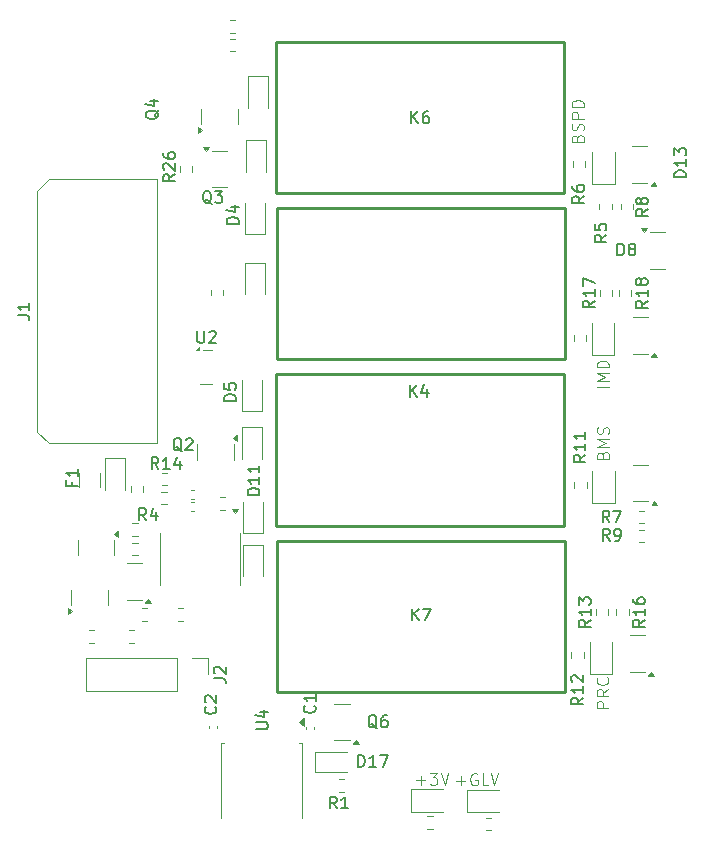
<source format=gbr>
%TF.GenerationSoftware,KiCad,Pcbnew,9.0.4*%
%TF.CreationDate,2026-01-15T15:25:04-08:00*%
%TF.ProjectId,relayBoard,72656c61-7942-46f6-9172-642e6b696361,rev?*%
%TF.SameCoordinates,Original*%
%TF.FileFunction,Legend,Top*%
%TF.FilePolarity,Positive*%
%FSLAX46Y46*%
G04 Gerber Fmt 4.6, Leading zero omitted, Abs format (unit mm)*
G04 Created by KiCad (PCBNEW 9.0.4) date 2026-01-15 15:25:04*
%MOMM*%
%LPD*%
G01*
G04 APERTURE LIST*
%ADD10C,0.100000*%
%ADD11C,0.150000*%
%ADD12C,0.120000*%
%ADD13C,0.250000*%
G04 APERTURE END LIST*
D10*
X111956384Y-99362716D02*
X112718289Y-99362716D01*
X112337336Y-99743669D02*
X112337336Y-98981764D01*
X113718288Y-98791288D02*
X113623050Y-98743669D01*
X113623050Y-98743669D02*
X113480193Y-98743669D01*
X113480193Y-98743669D02*
X113337336Y-98791288D01*
X113337336Y-98791288D02*
X113242098Y-98886526D01*
X113242098Y-98886526D02*
X113194479Y-98981764D01*
X113194479Y-98981764D02*
X113146860Y-99172240D01*
X113146860Y-99172240D02*
X113146860Y-99315097D01*
X113146860Y-99315097D02*
X113194479Y-99505573D01*
X113194479Y-99505573D02*
X113242098Y-99600811D01*
X113242098Y-99600811D02*
X113337336Y-99696050D01*
X113337336Y-99696050D02*
X113480193Y-99743669D01*
X113480193Y-99743669D02*
X113575431Y-99743669D01*
X113575431Y-99743669D02*
X113718288Y-99696050D01*
X113718288Y-99696050D02*
X113765907Y-99648430D01*
X113765907Y-99648430D02*
X113765907Y-99315097D01*
X113765907Y-99315097D02*
X113575431Y-99315097D01*
X114670669Y-99743669D02*
X114194479Y-99743669D01*
X114194479Y-99743669D02*
X114194479Y-98743669D01*
X114861146Y-98743669D02*
X115194479Y-99743669D01*
X115194479Y-99743669D02*
X115527812Y-98743669D01*
X124368609Y-71762782D02*
X124416228Y-71619925D01*
X124416228Y-71619925D02*
X124463847Y-71572306D01*
X124463847Y-71572306D02*
X124559085Y-71524687D01*
X124559085Y-71524687D02*
X124701942Y-71524687D01*
X124701942Y-71524687D02*
X124797180Y-71572306D01*
X124797180Y-71572306D02*
X124844800Y-71619925D01*
X124844800Y-71619925D02*
X124892419Y-71715163D01*
X124892419Y-71715163D02*
X124892419Y-72096115D01*
X124892419Y-72096115D02*
X123892419Y-72096115D01*
X123892419Y-72096115D02*
X123892419Y-71762782D01*
X123892419Y-71762782D02*
X123940038Y-71667544D01*
X123940038Y-71667544D02*
X123987657Y-71619925D01*
X123987657Y-71619925D02*
X124082895Y-71572306D01*
X124082895Y-71572306D02*
X124178133Y-71572306D01*
X124178133Y-71572306D02*
X124273371Y-71619925D01*
X124273371Y-71619925D02*
X124320990Y-71667544D01*
X124320990Y-71667544D02*
X124368609Y-71762782D01*
X124368609Y-71762782D02*
X124368609Y-72096115D01*
X124892419Y-71096115D02*
X123892419Y-71096115D01*
X123892419Y-71096115D02*
X124606704Y-70762782D01*
X124606704Y-70762782D02*
X123892419Y-70429449D01*
X123892419Y-70429449D02*
X124892419Y-70429449D01*
X124844800Y-70000877D02*
X124892419Y-69858020D01*
X124892419Y-69858020D02*
X124892419Y-69619925D01*
X124892419Y-69619925D02*
X124844800Y-69524687D01*
X124844800Y-69524687D02*
X124797180Y-69477068D01*
X124797180Y-69477068D02*
X124701942Y-69429449D01*
X124701942Y-69429449D02*
X124606704Y-69429449D01*
X124606704Y-69429449D02*
X124511466Y-69477068D01*
X124511466Y-69477068D02*
X124463847Y-69524687D01*
X124463847Y-69524687D02*
X124416228Y-69619925D01*
X124416228Y-69619925D02*
X124368609Y-69810401D01*
X124368609Y-69810401D02*
X124320990Y-69905639D01*
X124320990Y-69905639D02*
X124273371Y-69953258D01*
X124273371Y-69953258D02*
X124178133Y-70000877D01*
X124178133Y-70000877D02*
X124082895Y-70000877D01*
X124082895Y-70000877D02*
X123987657Y-69953258D01*
X123987657Y-69953258D02*
X123940038Y-69905639D01*
X123940038Y-69905639D02*
X123892419Y-69810401D01*
X123892419Y-69810401D02*
X123892419Y-69572306D01*
X123892419Y-69572306D02*
X123940038Y-69429449D01*
X124862419Y-65986115D02*
X123862419Y-65986115D01*
X124862419Y-65509925D02*
X123862419Y-65509925D01*
X123862419Y-65509925D02*
X124576704Y-65176592D01*
X124576704Y-65176592D02*
X123862419Y-64843259D01*
X123862419Y-64843259D02*
X124862419Y-64843259D01*
X124862419Y-64367068D02*
X123862419Y-64367068D01*
X123862419Y-64367068D02*
X123862419Y-64128973D01*
X123862419Y-64128973D02*
X123910038Y-63986116D01*
X123910038Y-63986116D02*
X124005276Y-63890878D01*
X124005276Y-63890878D02*
X124100514Y-63843259D01*
X124100514Y-63843259D02*
X124290990Y-63795640D01*
X124290990Y-63795640D02*
X124433847Y-63795640D01*
X124433847Y-63795640D02*
X124624323Y-63843259D01*
X124624323Y-63843259D02*
X124719561Y-63890878D01*
X124719561Y-63890878D02*
X124814800Y-63986116D01*
X124814800Y-63986116D02*
X124862419Y-64128973D01*
X124862419Y-64128973D02*
X124862419Y-64367068D01*
X124842419Y-93186115D02*
X123842419Y-93186115D01*
X123842419Y-93186115D02*
X123842419Y-92805163D01*
X123842419Y-92805163D02*
X123890038Y-92709925D01*
X123890038Y-92709925D02*
X123937657Y-92662306D01*
X123937657Y-92662306D02*
X124032895Y-92614687D01*
X124032895Y-92614687D02*
X124175752Y-92614687D01*
X124175752Y-92614687D02*
X124270990Y-92662306D01*
X124270990Y-92662306D02*
X124318609Y-92709925D01*
X124318609Y-92709925D02*
X124366228Y-92805163D01*
X124366228Y-92805163D02*
X124366228Y-93186115D01*
X124842419Y-91614687D02*
X124366228Y-91948020D01*
X124842419Y-92186115D02*
X123842419Y-92186115D01*
X123842419Y-92186115D02*
X123842419Y-91805163D01*
X123842419Y-91805163D02*
X123890038Y-91709925D01*
X123890038Y-91709925D02*
X123937657Y-91662306D01*
X123937657Y-91662306D02*
X124032895Y-91614687D01*
X124032895Y-91614687D02*
X124175752Y-91614687D01*
X124175752Y-91614687D02*
X124270990Y-91662306D01*
X124270990Y-91662306D02*
X124318609Y-91709925D01*
X124318609Y-91709925D02*
X124366228Y-91805163D01*
X124366228Y-91805163D02*
X124366228Y-92186115D01*
X124747180Y-90614687D02*
X124794800Y-90662306D01*
X124794800Y-90662306D02*
X124842419Y-90805163D01*
X124842419Y-90805163D02*
X124842419Y-90900401D01*
X124842419Y-90900401D02*
X124794800Y-91043258D01*
X124794800Y-91043258D02*
X124699561Y-91138496D01*
X124699561Y-91138496D02*
X124604323Y-91186115D01*
X124604323Y-91186115D02*
X124413847Y-91233734D01*
X124413847Y-91233734D02*
X124270990Y-91233734D01*
X124270990Y-91233734D02*
X124080514Y-91186115D01*
X124080514Y-91186115D02*
X123985276Y-91138496D01*
X123985276Y-91138496D02*
X123890038Y-91043258D01*
X123890038Y-91043258D02*
X123842419Y-90900401D01*
X123842419Y-90900401D02*
X123842419Y-90805163D01*
X123842419Y-90805163D02*
X123890038Y-90662306D01*
X123890038Y-90662306D02*
X123937657Y-90614687D01*
X122218609Y-44922782D02*
X122266228Y-44779925D01*
X122266228Y-44779925D02*
X122313847Y-44732306D01*
X122313847Y-44732306D02*
X122409085Y-44684687D01*
X122409085Y-44684687D02*
X122551942Y-44684687D01*
X122551942Y-44684687D02*
X122647180Y-44732306D01*
X122647180Y-44732306D02*
X122694800Y-44779925D01*
X122694800Y-44779925D02*
X122742419Y-44875163D01*
X122742419Y-44875163D02*
X122742419Y-45256115D01*
X122742419Y-45256115D02*
X121742419Y-45256115D01*
X121742419Y-45256115D02*
X121742419Y-44922782D01*
X121742419Y-44922782D02*
X121790038Y-44827544D01*
X121790038Y-44827544D02*
X121837657Y-44779925D01*
X121837657Y-44779925D02*
X121932895Y-44732306D01*
X121932895Y-44732306D02*
X122028133Y-44732306D01*
X122028133Y-44732306D02*
X122123371Y-44779925D01*
X122123371Y-44779925D02*
X122170990Y-44827544D01*
X122170990Y-44827544D02*
X122218609Y-44922782D01*
X122218609Y-44922782D02*
X122218609Y-45256115D01*
X122694800Y-44303734D02*
X122742419Y-44160877D01*
X122742419Y-44160877D02*
X122742419Y-43922782D01*
X122742419Y-43922782D02*
X122694800Y-43827544D01*
X122694800Y-43827544D02*
X122647180Y-43779925D01*
X122647180Y-43779925D02*
X122551942Y-43732306D01*
X122551942Y-43732306D02*
X122456704Y-43732306D01*
X122456704Y-43732306D02*
X122361466Y-43779925D01*
X122361466Y-43779925D02*
X122313847Y-43827544D01*
X122313847Y-43827544D02*
X122266228Y-43922782D01*
X122266228Y-43922782D02*
X122218609Y-44113258D01*
X122218609Y-44113258D02*
X122170990Y-44208496D01*
X122170990Y-44208496D02*
X122123371Y-44256115D01*
X122123371Y-44256115D02*
X122028133Y-44303734D01*
X122028133Y-44303734D02*
X121932895Y-44303734D01*
X121932895Y-44303734D02*
X121837657Y-44256115D01*
X121837657Y-44256115D02*
X121790038Y-44208496D01*
X121790038Y-44208496D02*
X121742419Y-44113258D01*
X121742419Y-44113258D02*
X121742419Y-43875163D01*
X121742419Y-43875163D02*
X121790038Y-43732306D01*
X122742419Y-43303734D02*
X121742419Y-43303734D01*
X121742419Y-43303734D02*
X121742419Y-42922782D01*
X121742419Y-42922782D02*
X121790038Y-42827544D01*
X121790038Y-42827544D02*
X121837657Y-42779925D01*
X121837657Y-42779925D02*
X121932895Y-42732306D01*
X121932895Y-42732306D02*
X122075752Y-42732306D01*
X122075752Y-42732306D02*
X122170990Y-42779925D01*
X122170990Y-42779925D02*
X122218609Y-42827544D01*
X122218609Y-42827544D02*
X122266228Y-42922782D01*
X122266228Y-42922782D02*
X122266228Y-43303734D01*
X122742419Y-42303734D02*
X121742419Y-42303734D01*
X121742419Y-42303734D02*
X121742419Y-42065639D01*
X121742419Y-42065639D02*
X121790038Y-41922782D01*
X121790038Y-41922782D02*
X121885276Y-41827544D01*
X121885276Y-41827544D02*
X121980514Y-41779925D01*
X121980514Y-41779925D02*
X122170990Y-41732306D01*
X122170990Y-41732306D02*
X122313847Y-41732306D01*
X122313847Y-41732306D02*
X122504323Y-41779925D01*
X122504323Y-41779925D02*
X122599561Y-41827544D01*
X122599561Y-41827544D02*
X122694800Y-41922782D01*
X122694800Y-41922782D02*
X122742419Y-42065639D01*
X122742419Y-42065639D02*
X122742419Y-42303734D01*
X108586384Y-99322716D02*
X109348289Y-99322716D01*
X108967336Y-99703669D02*
X108967336Y-98941764D01*
X109729241Y-98703669D02*
X110348288Y-98703669D01*
X110348288Y-98703669D02*
X110014955Y-99084621D01*
X110014955Y-99084621D02*
X110157812Y-99084621D01*
X110157812Y-99084621D02*
X110253050Y-99132240D01*
X110253050Y-99132240D02*
X110300669Y-99179859D01*
X110300669Y-99179859D02*
X110348288Y-99275097D01*
X110348288Y-99275097D02*
X110348288Y-99513192D01*
X110348288Y-99513192D02*
X110300669Y-99608430D01*
X110300669Y-99608430D02*
X110253050Y-99656050D01*
X110253050Y-99656050D02*
X110157812Y-99703669D01*
X110157812Y-99703669D02*
X109872098Y-99703669D01*
X109872098Y-99703669D02*
X109776860Y-99656050D01*
X109776860Y-99656050D02*
X109729241Y-99608430D01*
X110634003Y-98703669D02*
X110967336Y-99703669D01*
X110967336Y-99703669D02*
X111300669Y-98703669D01*
D11*
X74824819Y-59943333D02*
X75539104Y-59943333D01*
X75539104Y-59943333D02*
X75681961Y-59990952D01*
X75681961Y-59990952D02*
X75777200Y-60086190D01*
X75777200Y-60086190D02*
X75824819Y-60229047D01*
X75824819Y-60229047D02*
X75824819Y-60324285D01*
X75824819Y-58943333D02*
X75824819Y-59514761D01*
X75824819Y-59229047D02*
X74824819Y-59229047D01*
X74824819Y-59229047D02*
X74967676Y-59324285D01*
X74967676Y-59324285D02*
X75062914Y-59419523D01*
X75062914Y-59419523D02*
X75110533Y-59514761D01*
X95002319Y-94991904D02*
X95811842Y-94991904D01*
X95811842Y-94991904D02*
X95907080Y-94944285D01*
X95907080Y-94944285D02*
X95954700Y-94896666D01*
X95954700Y-94896666D02*
X96002319Y-94801428D01*
X96002319Y-94801428D02*
X96002319Y-94610952D01*
X96002319Y-94610952D02*
X95954700Y-94515714D01*
X95954700Y-94515714D02*
X95907080Y-94468095D01*
X95907080Y-94468095D02*
X95811842Y-94420476D01*
X95811842Y-94420476D02*
X95002319Y-94420476D01*
X95335652Y-93515714D02*
X96002319Y-93515714D01*
X94954700Y-93753809D02*
X95668985Y-93991904D01*
X95668985Y-93991904D02*
X95668985Y-93372857D01*
X93304819Y-67198094D02*
X92304819Y-67198094D01*
X92304819Y-67198094D02*
X92304819Y-66959999D01*
X92304819Y-66959999D02*
X92352438Y-66817142D01*
X92352438Y-66817142D02*
X92447676Y-66721904D01*
X92447676Y-66721904D02*
X92542914Y-66674285D01*
X92542914Y-66674285D02*
X92733390Y-66626666D01*
X92733390Y-66626666D02*
X92876247Y-66626666D01*
X92876247Y-66626666D02*
X93066723Y-66674285D01*
X93066723Y-66674285D02*
X93161961Y-66721904D01*
X93161961Y-66721904D02*
X93257200Y-66817142D01*
X93257200Y-66817142D02*
X93304819Y-66959999D01*
X93304819Y-66959999D02*
X93304819Y-67198094D01*
X92304819Y-65721904D02*
X92304819Y-66198094D01*
X92304819Y-66198094D02*
X92781009Y-66245713D01*
X92781009Y-66245713D02*
X92733390Y-66198094D01*
X92733390Y-66198094D02*
X92685771Y-66102856D01*
X92685771Y-66102856D02*
X92685771Y-65864761D01*
X92685771Y-65864761D02*
X92733390Y-65769523D01*
X92733390Y-65769523D02*
X92781009Y-65721904D01*
X92781009Y-65721904D02*
X92876247Y-65674285D01*
X92876247Y-65674285D02*
X93114342Y-65674285D01*
X93114342Y-65674285D02*
X93209580Y-65721904D01*
X93209580Y-65721904D02*
X93257200Y-65769523D01*
X93257200Y-65769523D02*
X93304819Y-65864761D01*
X93304819Y-65864761D02*
X93304819Y-66102856D01*
X93304819Y-66102856D02*
X93257200Y-66198094D01*
X93257200Y-66198094D02*
X93209580Y-66245713D01*
X91549580Y-93096666D02*
X91597200Y-93144285D01*
X91597200Y-93144285D02*
X91644819Y-93287142D01*
X91644819Y-93287142D02*
X91644819Y-93382380D01*
X91644819Y-93382380D02*
X91597200Y-93525237D01*
X91597200Y-93525237D02*
X91501961Y-93620475D01*
X91501961Y-93620475D02*
X91406723Y-93668094D01*
X91406723Y-93668094D02*
X91216247Y-93715713D01*
X91216247Y-93715713D02*
X91073390Y-93715713D01*
X91073390Y-93715713D02*
X90882914Y-93668094D01*
X90882914Y-93668094D02*
X90787676Y-93620475D01*
X90787676Y-93620475D02*
X90692438Y-93525237D01*
X90692438Y-93525237D02*
X90644819Y-93382380D01*
X90644819Y-93382380D02*
X90644819Y-93287142D01*
X90644819Y-93287142D02*
X90692438Y-93144285D01*
X90692438Y-93144285D02*
X90740057Y-93096666D01*
X90740057Y-92715713D02*
X90692438Y-92668094D01*
X90692438Y-92668094D02*
X90644819Y-92572856D01*
X90644819Y-92572856D02*
X90644819Y-92334761D01*
X90644819Y-92334761D02*
X90692438Y-92239523D01*
X90692438Y-92239523D02*
X90740057Y-92191904D01*
X90740057Y-92191904D02*
X90835295Y-92144285D01*
X90835295Y-92144285D02*
X90930533Y-92144285D01*
X90930533Y-92144285D02*
X91073390Y-92191904D01*
X91073390Y-92191904D02*
X91644819Y-92763332D01*
X91644819Y-92763332D02*
X91644819Y-92144285D01*
X85703333Y-77304819D02*
X85370000Y-76828628D01*
X85131905Y-77304819D02*
X85131905Y-76304819D01*
X85131905Y-76304819D02*
X85512857Y-76304819D01*
X85512857Y-76304819D02*
X85608095Y-76352438D01*
X85608095Y-76352438D02*
X85655714Y-76400057D01*
X85655714Y-76400057D02*
X85703333Y-76495295D01*
X85703333Y-76495295D02*
X85703333Y-76638152D01*
X85703333Y-76638152D02*
X85655714Y-76733390D01*
X85655714Y-76733390D02*
X85608095Y-76781009D01*
X85608095Y-76781009D02*
X85512857Y-76828628D01*
X85512857Y-76828628D02*
X85131905Y-76828628D01*
X86560476Y-76638152D02*
X86560476Y-77304819D01*
X86322381Y-76257200D02*
X86084286Y-76971485D01*
X86084286Y-76971485D02*
X86703333Y-76971485D01*
X95294819Y-75154285D02*
X94294819Y-75154285D01*
X94294819Y-75154285D02*
X94294819Y-74916190D01*
X94294819Y-74916190D02*
X94342438Y-74773333D01*
X94342438Y-74773333D02*
X94437676Y-74678095D01*
X94437676Y-74678095D02*
X94532914Y-74630476D01*
X94532914Y-74630476D02*
X94723390Y-74582857D01*
X94723390Y-74582857D02*
X94866247Y-74582857D01*
X94866247Y-74582857D02*
X95056723Y-74630476D01*
X95056723Y-74630476D02*
X95151961Y-74678095D01*
X95151961Y-74678095D02*
X95247200Y-74773333D01*
X95247200Y-74773333D02*
X95294819Y-74916190D01*
X95294819Y-74916190D02*
X95294819Y-75154285D01*
X95294819Y-73630476D02*
X95294819Y-74201904D01*
X95294819Y-73916190D02*
X94294819Y-73916190D01*
X94294819Y-73916190D02*
X94437676Y-74011428D01*
X94437676Y-74011428D02*
X94532914Y-74106666D01*
X94532914Y-74106666D02*
X94580533Y-74201904D01*
X95294819Y-72678095D02*
X95294819Y-73249523D01*
X95294819Y-72963809D02*
X94294819Y-72963809D01*
X94294819Y-72963809D02*
X94437676Y-73059047D01*
X94437676Y-73059047D02*
X94532914Y-73154285D01*
X94532914Y-73154285D02*
X94580533Y-73249523D01*
X123334819Y-85742857D02*
X122858628Y-86076190D01*
X123334819Y-86314285D02*
X122334819Y-86314285D01*
X122334819Y-86314285D02*
X122334819Y-85933333D01*
X122334819Y-85933333D02*
X122382438Y-85838095D01*
X122382438Y-85838095D02*
X122430057Y-85790476D01*
X122430057Y-85790476D02*
X122525295Y-85742857D01*
X122525295Y-85742857D02*
X122668152Y-85742857D01*
X122668152Y-85742857D02*
X122763390Y-85790476D01*
X122763390Y-85790476D02*
X122811009Y-85838095D01*
X122811009Y-85838095D02*
X122858628Y-85933333D01*
X122858628Y-85933333D02*
X122858628Y-86314285D01*
X123334819Y-84790476D02*
X123334819Y-85361904D01*
X123334819Y-85076190D02*
X122334819Y-85076190D01*
X122334819Y-85076190D02*
X122477676Y-85171428D01*
X122477676Y-85171428D02*
X122572914Y-85266666D01*
X122572914Y-85266666D02*
X122620533Y-85361904D01*
X122334819Y-84457142D02*
X122334819Y-83838095D01*
X122334819Y-83838095D02*
X122715771Y-84171428D01*
X122715771Y-84171428D02*
X122715771Y-84028571D01*
X122715771Y-84028571D02*
X122763390Y-83933333D01*
X122763390Y-83933333D02*
X122811009Y-83885714D01*
X122811009Y-83885714D02*
X122906247Y-83838095D01*
X122906247Y-83838095D02*
X123144342Y-83838095D01*
X123144342Y-83838095D02*
X123239580Y-83885714D01*
X123239580Y-83885714D02*
X123287200Y-83933333D01*
X123287200Y-83933333D02*
X123334819Y-84028571D01*
X123334819Y-84028571D02*
X123334819Y-84314285D01*
X123334819Y-84314285D02*
X123287200Y-84409523D01*
X123287200Y-84409523D02*
X123239580Y-84457142D01*
X108161905Y-43694819D02*
X108161905Y-42694819D01*
X108733333Y-43694819D02*
X108304762Y-43123390D01*
X108733333Y-42694819D02*
X108161905Y-43266247D01*
X109590476Y-42694819D02*
X109400000Y-42694819D01*
X109400000Y-42694819D02*
X109304762Y-42742438D01*
X109304762Y-42742438D02*
X109257143Y-42790057D01*
X109257143Y-42790057D02*
X109161905Y-42932914D01*
X109161905Y-42932914D02*
X109114286Y-43123390D01*
X109114286Y-43123390D02*
X109114286Y-43504342D01*
X109114286Y-43504342D02*
X109161905Y-43599580D01*
X109161905Y-43599580D02*
X109209524Y-43647200D01*
X109209524Y-43647200D02*
X109304762Y-43694819D01*
X109304762Y-43694819D02*
X109495238Y-43694819D01*
X109495238Y-43694819D02*
X109590476Y-43647200D01*
X109590476Y-43647200D02*
X109638095Y-43599580D01*
X109638095Y-43599580D02*
X109685714Y-43504342D01*
X109685714Y-43504342D02*
X109685714Y-43266247D01*
X109685714Y-43266247D02*
X109638095Y-43171009D01*
X109638095Y-43171009D02*
X109590476Y-43123390D01*
X109590476Y-43123390D02*
X109495238Y-43075771D01*
X109495238Y-43075771D02*
X109304762Y-43075771D01*
X109304762Y-43075771D02*
X109209524Y-43123390D01*
X109209524Y-43123390D02*
X109161905Y-43171009D01*
X109161905Y-43171009D02*
X109114286Y-43266247D01*
X127914819Y-85742857D02*
X127438628Y-86076190D01*
X127914819Y-86314285D02*
X126914819Y-86314285D01*
X126914819Y-86314285D02*
X126914819Y-85933333D01*
X126914819Y-85933333D02*
X126962438Y-85838095D01*
X126962438Y-85838095D02*
X127010057Y-85790476D01*
X127010057Y-85790476D02*
X127105295Y-85742857D01*
X127105295Y-85742857D02*
X127248152Y-85742857D01*
X127248152Y-85742857D02*
X127343390Y-85790476D01*
X127343390Y-85790476D02*
X127391009Y-85838095D01*
X127391009Y-85838095D02*
X127438628Y-85933333D01*
X127438628Y-85933333D02*
X127438628Y-86314285D01*
X127914819Y-84790476D02*
X127914819Y-85361904D01*
X127914819Y-85076190D02*
X126914819Y-85076190D01*
X126914819Y-85076190D02*
X127057676Y-85171428D01*
X127057676Y-85171428D02*
X127152914Y-85266666D01*
X127152914Y-85266666D02*
X127200533Y-85361904D01*
X126914819Y-83933333D02*
X126914819Y-84123809D01*
X126914819Y-84123809D02*
X126962438Y-84219047D01*
X126962438Y-84219047D02*
X127010057Y-84266666D01*
X127010057Y-84266666D02*
X127152914Y-84361904D01*
X127152914Y-84361904D02*
X127343390Y-84409523D01*
X127343390Y-84409523D02*
X127724342Y-84409523D01*
X127724342Y-84409523D02*
X127819580Y-84361904D01*
X127819580Y-84361904D02*
X127867200Y-84314285D01*
X127867200Y-84314285D02*
X127914819Y-84219047D01*
X127914819Y-84219047D02*
X127914819Y-84028571D01*
X127914819Y-84028571D02*
X127867200Y-83933333D01*
X127867200Y-83933333D02*
X127819580Y-83885714D01*
X127819580Y-83885714D02*
X127724342Y-83838095D01*
X127724342Y-83838095D02*
X127486247Y-83838095D01*
X127486247Y-83838095D02*
X127391009Y-83885714D01*
X127391009Y-83885714D02*
X127343390Y-83933333D01*
X127343390Y-83933333D02*
X127295771Y-84028571D01*
X127295771Y-84028571D02*
X127295771Y-84219047D01*
X127295771Y-84219047D02*
X127343390Y-84314285D01*
X127343390Y-84314285D02*
X127391009Y-84361904D01*
X127391009Y-84361904D02*
X127486247Y-84409523D01*
X128174819Y-50946666D02*
X127698628Y-51279999D01*
X128174819Y-51518094D02*
X127174819Y-51518094D01*
X127174819Y-51518094D02*
X127174819Y-51137142D01*
X127174819Y-51137142D02*
X127222438Y-51041904D01*
X127222438Y-51041904D02*
X127270057Y-50994285D01*
X127270057Y-50994285D02*
X127365295Y-50946666D01*
X127365295Y-50946666D02*
X127508152Y-50946666D01*
X127508152Y-50946666D02*
X127603390Y-50994285D01*
X127603390Y-50994285D02*
X127651009Y-51041904D01*
X127651009Y-51041904D02*
X127698628Y-51137142D01*
X127698628Y-51137142D02*
X127698628Y-51518094D01*
X127603390Y-50375237D02*
X127555771Y-50470475D01*
X127555771Y-50470475D02*
X127508152Y-50518094D01*
X127508152Y-50518094D02*
X127412914Y-50565713D01*
X127412914Y-50565713D02*
X127365295Y-50565713D01*
X127365295Y-50565713D02*
X127270057Y-50518094D01*
X127270057Y-50518094D02*
X127222438Y-50470475D01*
X127222438Y-50470475D02*
X127174819Y-50375237D01*
X127174819Y-50375237D02*
X127174819Y-50184761D01*
X127174819Y-50184761D02*
X127222438Y-50089523D01*
X127222438Y-50089523D02*
X127270057Y-50041904D01*
X127270057Y-50041904D02*
X127365295Y-49994285D01*
X127365295Y-49994285D02*
X127412914Y-49994285D01*
X127412914Y-49994285D02*
X127508152Y-50041904D01*
X127508152Y-50041904D02*
X127555771Y-50089523D01*
X127555771Y-50089523D02*
X127603390Y-50184761D01*
X127603390Y-50184761D02*
X127603390Y-50375237D01*
X127603390Y-50375237D02*
X127651009Y-50470475D01*
X127651009Y-50470475D02*
X127698628Y-50518094D01*
X127698628Y-50518094D02*
X127793866Y-50565713D01*
X127793866Y-50565713D02*
X127984342Y-50565713D01*
X127984342Y-50565713D02*
X128079580Y-50518094D01*
X128079580Y-50518094D02*
X128127200Y-50470475D01*
X128127200Y-50470475D02*
X128174819Y-50375237D01*
X128174819Y-50375237D02*
X128174819Y-50184761D01*
X128174819Y-50184761D02*
X128127200Y-50089523D01*
X128127200Y-50089523D02*
X128079580Y-50041904D01*
X128079580Y-50041904D02*
X127984342Y-49994285D01*
X127984342Y-49994285D02*
X127793866Y-49994285D01*
X127793866Y-49994285D02*
X127698628Y-50041904D01*
X127698628Y-50041904D02*
X127651009Y-50089523D01*
X127651009Y-50089523D02*
X127603390Y-50184761D01*
X88134819Y-48032857D02*
X87658628Y-48366190D01*
X88134819Y-48604285D02*
X87134819Y-48604285D01*
X87134819Y-48604285D02*
X87134819Y-48223333D01*
X87134819Y-48223333D02*
X87182438Y-48128095D01*
X87182438Y-48128095D02*
X87230057Y-48080476D01*
X87230057Y-48080476D02*
X87325295Y-48032857D01*
X87325295Y-48032857D02*
X87468152Y-48032857D01*
X87468152Y-48032857D02*
X87563390Y-48080476D01*
X87563390Y-48080476D02*
X87611009Y-48128095D01*
X87611009Y-48128095D02*
X87658628Y-48223333D01*
X87658628Y-48223333D02*
X87658628Y-48604285D01*
X87230057Y-47651904D02*
X87182438Y-47604285D01*
X87182438Y-47604285D02*
X87134819Y-47509047D01*
X87134819Y-47509047D02*
X87134819Y-47270952D01*
X87134819Y-47270952D02*
X87182438Y-47175714D01*
X87182438Y-47175714D02*
X87230057Y-47128095D01*
X87230057Y-47128095D02*
X87325295Y-47080476D01*
X87325295Y-47080476D02*
X87420533Y-47080476D01*
X87420533Y-47080476D02*
X87563390Y-47128095D01*
X87563390Y-47128095D02*
X88134819Y-47699523D01*
X88134819Y-47699523D02*
X88134819Y-47080476D01*
X87134819Y-46223333D02*
X87134819Y-46413809D01*
X87134819Y-46413809D02*
X87182438Y-46509047D01*
X87182438Y-46509047D02*
X87230057Y-46556666D01*
X87230057Y-46556666D02*
X87372914Y-46651904D01*
X87372914Y-46651904D02*
X87563390Y-46699523D01*
X87563390Y-46699523D02*
X87944342Y-46699523D01*
X87944342Y-46699523D02*
X88039580Y-46651904D01*
X88039580Y-46651904D02*
X88087200Y-46604285D01*
X88087200Y-46604285D02*
X88134819Y-46509047D01*
X88134819Y-46509047D02*
X88134819Y-46318571D01*
X88134819Y-46318571D02*
X88087200Y-46223333D01*
X88087200Y-46223333D02*
X88039580Y-46175714D01*
X88039580Y-46175714D02*
X87944342Y-46128095D01*
X87944342Y-46128095D02*
X87706247Y-46128095D01*
X87706247Y-46128095D02*
X87611009Y-46175714D01*
X87611009Y-46175714D02*
X87563390Y-46223333D01*
X87563390Y-46223333D02*
X87515771Y-46318571D01*
X87515771Y-46318571D02*
X87515771Y-46509047D01*
X87515771Y-46509047D02*
X87563390Y-46604285D01*
X87563390Y-46604285D02*
X87611009Y-46651904D01*
X87611009Y-46651904D02*
X87706247Y-46699523D01*
X108061905Y-66844819D02*
X108061905Y-65844819D01*
X108633333Y-66844819D02*
X108204762Y-66273390D01*
X108633333Y-65844819D02*
X108061905Y-66416247D01*
X109490476Y-66178152D02*
X109490476Y-66844819D01*
X109252381Y-65797200D02*
X109014286Y-66511485D01*
X109014286Y-66511485D02*
X109633333Y-66511485D01*
X124933333Y-77494819D02*
X124600000Y-77018628D01*
X124361905Y-77494819D02*
X124361905Y-76494819D01*
X124361905Y-76494819D02*
X124742857Y-76494819D01*
X124742857Y-76494819D02*
X124838095Y-76542438D01*
X124838095Y-76542438D02*
X124885714Y-76590057D01*
X124885714Y-76590057D02*
X124933333Y-76685295D01*
X124933333Y-76685295D02*
X124933333Y-76828152D01*
X124933333Y-76828152D02*
X124885714Y-76923390D01*
X124885714Y-76923390D02*
X124838095Y-76971009D01*
X124838095Y-76971009D02*
X124742857Y-77018628D01*
X124742857Y-77018628D02*
X124361905Y-77018628D01*
X125266667Y-76494819D02*
X125933333Y-76494819D01*
X125933333Y-76494819D02*
X125504762Y-77494819D01*
X86780057Y-42595238D02*
X86732438Y-42690476D01*
X86732438Y-42690476D02*
X86637200Y-42785714D01*
X86637200Y-42785714D02*
X86494342Y-42928571D01*
X86494342Y-42928571D02*
X86446723Y-43023809D01*
X86446723Y-43023809D02*
X86446723Y-43119047D01*
X86684819Y-43071428D02*
X86637200Y-43166666D01*
X86637200Y-43166666D02*
X86541961Y-43261904D01*
X86541961Y-43261904D02*
X86351485Y-43309523D01*
X86351485Y-43309523D02*
X86018152Y-43309523D01*
X86018152Y-43309523D02*
X85827676Y-43261904D01*
X85827676Y-43261904D02*
X85732438Y-43166666D01*
X85732438Y-43166666D02*
X85684819Y-43071428D01*
X85684819Y-43071428D02*
X85684819Y-42880952D01*
X85684819Y-42880952D02*
X85732438Y-42785714D01*
X85732438Y-42785714D02*
X85827676Y-42690476D01*
X85827676Y-42690476D02*
X86018152Y-42642857D01*
X86018152Y-42642857D02*
X86351485Y-42642857D01*
X86351485Y-42642857D02*
X86541961Y-42690476D01*
X86541961Y-42690476D02*
X86637200Y-42785714D01*
X86637200Y-42785714D02*
X86684819Y-42880952D01*
X86684819Y-42880952D02*
X86684819Y-43071428D01*
X86018152Y-41785714D02*
X86684819Y-41785714D01*
X85637200Y-42023809D02*
X86351485Y-42261904D01*
X86351485Y-42261904D02*
X86351485Y-41642857D01*
X124953333Y-79034819D02*
X124620000Y-78558628D01*
X124381905Y-79034819D02*
X124381905Y-78034819D01*
X124381905Y-78034819D02*
X124762857Y-78034819D01*
X124762857Y-78034819D02*
X124858095Y-78082438D01*
X124858095Y-78082438D02*
X124905714Y-78130057D01*
X124905714Y-78130057D02*
X124953333Y-78225295D01*
X124953333Y-78225295D02*
X124953333Y-78368152D01*
X124953333Y-78368152D02*
X124905714Y-78463390D01*
X124905714Y-78463390D02*
X124858095Y-78511009D01*
X124858095Y-78511009D02*
X124762857Y-78558628D01*
X124762857Y-78558628D02*
X124381905Y-78558628D01*
X125429524Y-79034819D02*
X125620000Y-79034819D01*
X125620000Y-79034819D02*
X125715238Y-78987200D01*
X125715238Y-78987200D02*
X125762857Y-78939580D01*
X125762857Y-78939580D02*
X125858095Y-78796723D01*
X125858095Y-78796723D02*
X125905714Y-78606247D01*
X125905714Y-78606247D02*
X125905714Y-78225295D01*
X125905714Y-78225295D02*
X125858095Y-78130057D01*
X125858095Y-78130057D02*
X125810476Y-78082438D01*
X125810476Y-78082438D02*
X125715238Y-78034819D01*
X125715238Y-78034819D02*
X125524762Y-78034819D01*
X125524762Y-78034819D02*
X125429524Y-78082438D01*
X125429524Y-78082438D02*
X125381905Y-78130057D01*
X125381905Y-78130057D02*
X125334286Y-78225295D01*
X125334286Y-78225295D02*
X125334286Y-78463390D01*
X125334286Y-78463390D02*
X125381905Y-78558628D01*
X125381905Y-78558628D02*
X125429524Y-78606247D01*
X125429524Y-78606247D02*
X125524762Y-78653866D01*
X125524762Y-78653866D02*
X125715238Y-78653866D01*
X125715238Y-78653866D02*
X125810476Y-78606247D01*
X125810476Y-78606247D02*
X125858095Y-78558628D01*
X125858095Y-78558628D02*
X125905714Y-78463390D01*
X91424819Y-90693333D02*
X92139104Y-90693333D01*
X92139104Y-90693333D02*
X92281961Y-90740952D01*
X92281961Y-90740952D02*
X92377200Y-90836190D01*
X92377200Y-90836190D02*
X92424819Y-90979047D01*
X92424819Y-90979047D02*
X92424819Y-91074285D01*
X91520057Y-90264761D02*
X91472438Y-90217142D01*
X91472438Y-90217142D02*
X91424819Y-90121904D01*
X91424819Y-90121904D02*
X91424819Y-89883809D01*
X91424819Y-89883809D02*
X91472438Y-89788571D01*
X91472438Y-89788571D02*
X91520057Y-89740952D01*
X91520057Y-89740952D02*
X91615295Y-89693333D01*
X91615295Y-89693333D02*
X91710533Y-89693333D01*
X91710533Y-89693333D02*
X91853390Y-89740952D01*
X91853390Y-89740952D02*
X92424819Y-90312380D01*
X92424819Y-90312380D02*
X92424819Y-89693333D01*
X103645714Y-98184819D02*
X103645714Y-97184819D01*
X103645714Y-97184819D02*
X103883809Y-97184819D01*
X103883809Y-97184819D02*
X104026666Y-97232438D01*
X104026666Y-97232438D02*
X104121904Y-97327676D01*
X104121904Y-97327676D02*
X104169523Y-97422914D01*
X104169523Y-97422914D02*
X104217142Y-97613390D01*
X104217142Y-97613390D02*
X104217142Y-97756247D01*
X104217142Y-97756247D02*
X104169523Y-97946723D01*
X104169523Y-97946723D02*
X104121904Y-98041961D01*
X104121904Y-98041961D02*
X104026666Y-98137200D01*
X104026666Y-98137200D02*
X103883809Y-98184819D01*
X103883809Y-98184819D02*
X103645714Y-98184819D01*
X105169523Y-98184819D02*
X104598095Y-98184819D01*
X104883809Y-98184819D02*
X104883809Y-97184819D01*
X104883809Y-97184819D02*
X104788571Y-97327676D01*
X104788571Y-97327676D02*
X104693333Y-97422914D01*
X104693333Y-97422914D02*
X104598095Y-97470533D01*
X105502857Y-97184819D02*
X106169523Y-97184819D01*
X106169523Y-97184819D02*
X105740952Y-98184819D01*
X124674819Y-53136666D02*
X124198628Y-53469999D01*
X124674819Y-53708094D02*
X123674819Y-53708094D01*
X123674819Y-53708094D02*
X123674819Y-53327142D01*
X123674819Y-53327142D02*
X123722438Y-53231904D01*
X123722438Y-53231904D02*
X123770057Y-53184285D01*
X123770057Y-53184285D02*
X123865295Y-53136666D01*
X123865295Y-53136666D02*
X124008152Y-53136666D01*
X124008152Y-53136666D02*
X124103390Y-53184285D01*
X124103390Y-53184285D02*
X124151009Y-53231904D01*
X124151009Y-53231904D02*
X124198628Y-53327142D01*
X124198628Y-53327142D02*
X124198628Y-53708094D01*
X123674819Y-52231904D02*
X123674819Y-52708094D01*
X123674819Y-52708094D02*
X124151009Y-52755713D01*
X124151009Y-52755713D02*
X124103390Y-52708094D01*
X124103390Y-52708094D02*
X124055771Y-52612856D01*
X124055771Y-52612856D02*
X124055771Y-52374761D01*
X124055771Y-52374761D02*
X124103390Y-52279523D01*
X124103390Y-52279523D02*
X124151009Y-52231904D01*
X124151009Y-52231904D02*
X124246247Y-52184285D01*
X124246247Y-52184285D02*
X124484342Y-52184285D01*
X124484342Y-52184285D02*
X124579580Y-52231904D01*
X124579580Y-52231904D02*
X124627200Y-52279523D01*
X124627200Y-52279523D02*
X124674819Y-52374761D01*
X124674819Y-52374761D02*
X124674819Y-52612856D01*
X124674819Y-52612856D02*
X124627200Y-52708094D01*
X124627200Y-52708094D02*
X124579580Y-52755713D01*
X125611905Y-54884819D02*
X125611905Y-53884819D01*
X125611905Y-53884819D02*
X125850000Y-53884819D01*
X125850000Y-53884819D02*
X125992857Y-53932438D01*
X125992857Y-53932438D02*
X126088095Y-54027676D01*
X126088095Y-54027676D02*
X126135714Y-54122914D01*
X126135714Y-54122914D02*
X126183333Y-54313390D01*
X126183333Y-54313390D02*
X126183333Y-54456247D01*
X126183333Y-54456247D02*
X126135714Y-54646723D01*
X126135714Y-54646723D02*
X126088095Y-54741961D01*
X126088095Y-54741961D02*
X125992857Y-54837200D01*
X125992857Y-54837200D02*
X125850000Y-54884819D01*
X125850000Y-54884819D02*
X125611905Y-54884819D01*
X126754762Y-54313390D02*
X126659524Y-54265771D01*
X126659524Y-54265771D02*
X126611905Y-54218152D01*
X126611905Y-54218152D02*
X126564286Y-54122914D01*
X126564286Y-54122914D02*
X126564286Y-54075295D01*
X126564286Y-54075295D02*
X126611905Y-53980057D01*
X126611905Y-53980057D02*
X126659524Y-53932438D01*
X126659524Y-53932438D02*
X126754762Y-53884819D01*
X126754762Y-53884819D02*
X126945238Y-53884819D01*
X126945238Y-53884819D02*
X127040476Y-53932438D01*
X127040476Y-53932438D02*
X127088095Y-53980057D01*
X127088095Y-53980057D02*
X127135714Y-54075295D01*
X127135714Y-54075295D02*
X127135714Y-54122914D01*
X127135714Y-54122914D02*
X127088095Y-54218152D01*
X127088095Y-54218152D02*
X127040476Y-54265771D01*
X127040476Y-54265771D02*
X126945238Y-54313390D01*
X126945238Y-54313390D02*
X126754762Y-54313390D01*
X126754762Y-54313390D02*
X126659524Y-54361009D01*
X126659524Y-54361009D02*
X126611905Y-54408628D01*
X126611905Y-54408628D02*
X126564286Y-54503866D01*
X126564286Y-54503866D02*
X126564286Y-54694342D01*
X126564286Y-54694342D02*
X126611905Y-54789580D01*
X126611905Y-54789580D02*
X126659524Y-54837200D01*
X126659524Y-54837200D02*
X126754762Y-54884819D01*
X126754762Y-54884819D02*
X126945238Y-54884819D01*
X126945238Y-54884819D02*
X127040476Y-54837200D01*
X127040476Y-54837200D02*
X127088095Y-54789580D01*
X127088095Y-54789580D02*
X127135714Y-54694342D01*
X127135714Y-54694342D02*
X127135714Y-54503866D01*
X127135714Y-54503866D02*
X127088095Y-54408628D01*
X127088095Y-54408628D02*
X127040476Y-54361009D01*
X127040476Y-54361009D02*
X126945238Y-54313390D01*
X93524819Y-52198094D02*
X92524819Y-52198094D01*
X92524819Y-52198094D02*
X92524819Y-51959999D01*
X92524819Y-51959999D02*
X92572438Y-51817142D01*
X92572438Y-51817142D02*
X92667676Y-51721904D01*
X92667676Y-51721904D02*
X92762914Y-51674285D01*
X92762914Y-51674285D02*
X92953390Y-51626666D01*
X92953390Y-51626666D02*
X93096247Y-51626666D01*
X93096247Y-51626666D02*
X93286723Y-51674285D01*
X93286723Y-51674285D02*
X93381961Y-51721904D01*
X93381961Y-51721904D02*
X93477200Y-51817142D01*
X93477200Y-51817142D02*
X93524819Y-51959999D01*
X93524819Y-51959999D02*
X93524819Y-52198094D01*
X92858152Y-50769523D02*
X93524819Y-50769523D01*
X92477200Y-51007618D02*
X93191485Y-51245713D01*
X93191485Y-51245713D02*
X93191485Y-50626666D01*
X105244761Y-94930057D02*
X105149523Y-94882438D01*
X105149523Y-94882438D02*
X105054285Y-94787200D01*
X105054285Y-94787200D02*
X104911428Y-94644342D01*
X104911428Y-94644342D02*
X104816190Y-94596723D01*
X104816190Y-94596723D02*
X104720952Y-94596723D01*
X104768571Y-94834819D02*
X104673333Y-94787200D01*
X104673333Y-94787200D02*
X104578095Y-94691961D01*
X104578095Y-94691961D02*
X104530476Y-94501485D01*
X104530476Y-94501485D02*
X104530476Y-94168152D01*
X104530476Y-94168152D02*
X104578095Y-93977676D01*
X104578095Y-93977676D02*
X104673333Y-93882438D01*
X104673333Y-93882438D02*
X104768571Y-93834819D01*
X104768571Y-93834819D02*
X104959047Y-93834819D01*
X104959047Y-93834819D02*
X105054285Y-93882438D01*
X105054285Y-93882438D02*
X105149523Y-93977676D01*
X105149523Y-93977676D02*
X105197142Y-94168152D01*
X105197142Y-94168152D02*
X105197142Y-94501485D01*
X105197142Y-94501485D02*
X105149523Y-94691961D01*
X105149523Y-94691961D02*
X105054285Y-94787200D01*
X105054285Y-94787200D02*
X104959047Y-94834819D01*
X104959047Y-94834819D02*
X104768571Y-94834819D01*
X106054285Y-93834819D02*
X105863809Y-93834819D01*
X105863809Y-93834819D02*
X105768571Y-93882438D01*
X105768571Y-93882438D02*
X105720952Y-93930057D01*
X105720952Y-93930057D02*
X105625714Y-94072914D01*
X105625714Y-94072914D02*
X105578095Y-94263390D01*
X105578095Y-94263390D02*
X105578095Y-94644342D01*
X105578095Y-94644342D02*
X105625714Y-94739580D01*
X105625714Y-94739580D02*
X105673333Y-94787200D01*
X105673333Y-94787200D02*
X105768571Y-94834819D01*
X105768571Y-94834819D02*
X105959047Y-94834819D01*
X105959047Y-94834819D02*
X106054285Y-94787200D01*
X106054285Y-94787200D02*
X106101904Y-94739580D01*
X106101904Y-94739580D02*
X106149523Y-94644342D01*
X106149523Y-94644342D02*
X106149523Y-94406247D01*
X106149523Y-94406247D02*
X106101904Y-94311009D01*
X106101904Y-94311009D02*
X106054285Y-94263390D01*
X106054285Y-94263390D02*
X105959047Y-94215771D01*
X105959047Y-94215771D02*
X105768571Y-94215771D01*
X105768571Y-94215771D02*
X105673333Y-94263390D01*
X105673333Y-94263390D02*
X105625714Y-94311009D01*
X105625714Y-94311009D02*
X105578095Y-94406247D01*
X86747142Y-72964819D02*
X86413809Y-72488628D01*
X86175714Y-72964819D02*
X86175714Y-71964819D01*
X86175714Y-71964819D02*
X86556666Y-71964819D01*
X86556666Y-71964819D02*
X86651904Y-72012438D01*
X86651904Y-72012438D02*
X86699523Y-72060057D01*
X86699523Y-72060057D02*
X86747142Y-72155295D01*
X86747142Y-72155295D02*
X86747142Y-72298152D01*
X86747142Y-72298152D02*
X86699523Y-72393390D01*
X86699523Y-72393390D02*
X86651904Y-72441009D01*
X86651904Y-72441009D02*
X86556666Y-72488628D01*
X86556666Y-72488628D02*
X86175714Y-72488628D01*
X87699523Y-72964819D02*
X87128095Y-72964819D01*
X87413809Y-72964819D02*
X87413809Y-71964819D01*
X87413809Y-71964819D02*
X87318571Y-72107676D01*
X87318571Y-72107676D02*
X87223333Y-72202914D01*
X87223333Y-72202914D02*
X87128095Y-72250533D01*
X88556666Y-72298152D02*
X88556666Y-72964819D01*
X88318571Y-71917200D02*
X88080476Y-72631485D01*
X88080476Y-72631485D02*
X88699523Y-72631485D01*
X123674819Y-58717857D02*
X123198628Y-59051190D01*
X123674819Y-59289285D02*
X122674819Y-59289285D01*
X122674819Y-59289285D02*
X122674819Y-58908333D01*
X122674819Y-58908333D02*
X122722438Y-58813095D01*
X122722438Y-58813095D02*
X122770057Y-58765476D01*
X122770057Y-58765476D02*
X122865295Y-58717857D01*
X122865295Y-58717857D02*
X123008152Y-58717857D01*
X123008152Y-58717857D02*
X123103390Y-58765476D01*
X123103390Y-58765476D02*
X123151009Y-58813095D01*
X123151009Y-58813095D02*
X123198628Y-58908333D01*
X123198628Y-58908333D02*
X123198628Y-59289285D01*
X123674819Y-57765476D02*
X123674819Y-58336904D01*
X123674819Y-58051190D02*
X122674819Y-58051190D01*
X122674819Y-58051190D02*
X122817676Y-58146428D01*
X122817676Y-58146428D02*
X122912914Y-58241666D01*
X122912914Y-58241666D02*
X122960533Y-58336904D01*
X122674819Y-57432142D02*
X122674819Y-56765476D01*
X122674819Y-56765476D02*
X123674819Y-57194047D01*
X99957080Y-93006666D02*
X100004700Y-93054285D01*
X100004700Y-93054285D02*
X100052319Y-93197142D01*
X100052319Y-93197142D02*
X100052319Y-93292380D01*
X100052319Y-93292380D02*
X100004700Y-93435237D01*
X100004700Y-93435237D02*
X99909461Y-93530475D01*
X99909461Y-93530475D02*
X99814223Y-93578094D01*
X99814223Y-93578094D02*
X99623747Y-93625713D01*
X99623747Y-93625713D02*
X99480890Y-93625713D01*
X99480890Y-93625713D02*
X99290414Y-93578094D01*
X99290414Y-93578094D02*
X99195176Y-93530475D01*
X99195176Y-93530475D02*
X99099938Y-93435237D01*
X99099938Y-93435237D02*
X99052319Y-93292380D01*
X99052319Y-93292380D02*
X99052319Y-93197142D01*
X99052319Y-93197142D02*
X99099938Y-93054285D01*
X99099938Y-93054285D02*
X99147557Y-93006666D01*
X100052319Y-92054285D02*
X100052319Y-92625713D01*
X100052319Y-92339999D02*
X99052319Y-92339999D01*
X99052319Y-92339999D02*
X99195176Y-92435237D01*
X99195176Y-92435237D02*
X99290414Y-92530475D01*
X99290414Y-92530475D02*
X99338033Y-92625713D01*
X90051385Y-61284819D02*
X90051385Y-62094342D01*
X90051385Y-62094342D02*
X90099004Y-62189580D01*
X90099004Y-62189580D02*
X90146623Y-62237200D01*
X90146623Y-62237200D02*
X90241861Y-62284819D01*
X90241861Y-62284819D02*
X90432337Y-62284819D01*
X90432337Y-62284819D02*
X90527575Y-62237200D01*
X90527575Y-62237200D02*
X90575194Y-62189580D01*
X90575194Y-62189580D02*
X90622813Y-62094342D01*
X90622813Y-62094342D02*
X90622813Y-61284819D01*
X91051385Y-61380057D02*
X91099004Y-61332438D01*
X91099004Y-61332438D02*
X91194242Y-61284819D01*
X91194242Y-61284819D02*
X91432337Y-61284819D01*
X91432337Y-61284819D02*
X91527575Y-61332438D01*
X91527575Y-61332438D02*
X91575194Y-61380057D01*
X91575194Y-61380057D02*
X91622813Y-61475295D01*
X91622813Y-61475295D02*
X91622813Y-61570533D01*
X91622813Y-61570533D02*
X91575194Y-61713390D01*
X91575194Y-61713390D02*
X91003766Y-62284819D01*
X91003766Y-62284819D02*
X91622813Y-62284819D01*
X131424819Y-48264285D02*
X130424819Y-48264285D01*
X130424819Y-48264285D02*
X130424819Y-48026190D01*
X130424819Y-48026190D02*
X130472438Y-47883333D01*
X130472438Y-47883333D02*
X130567676Y-47788095D01*
X130567676Y-47788095D02*
X130662914Y-47740476D01*
X130662914Y-47740476D02*
X130853390Y-47692857D01*
X130853390Y-47692857D02*
X130996247Y-47692857D01*
X130996247Y-47692857D02*
X131186723Y-47740476D01*
X131186723Y-47740476D02*
X131281961Y-47788095D01*
X131281961Y-47788095D02*
X131377200Y-47883333D01*
X131377200Y-47883333D02*
X131424819Y-48026190D01*
X131424819Y-48026190D02*
X131424819Y-48264285D01*
X131424819Y-46740476D02*
X131424819Y-47311904D01*
X131424819Y-47026190D02*
X130424819Y-47026190D01*
X130424819Y-47026190D02*
X130567676Y-47121428D01*
X130567676Y-47121428D02*
X130662914Y-47216666D01*
X130662914Y-47216666D02*
X130710533Y-47311904D01*
X130424819Y-46407142D02*
X130424819Y-45788095D01*
X130424819Y-45788095D02*
X130805771Y-46121428D01*
X130805771Y-46121428D02*
X130805771Y-45978571D01*
X130805771Y-45978571D02*
X130853390Y-45883333D01*
X130853390Y-45883333D02*
X130901009Y-45835714D01*
X130901009Y-45835714D02*
X130996247Y-45788095D01*
X130996247Y-45788095D02*
X131234342Y-45788095D01*
X131234342Y-45788095D02*
X131329580Y-45835714D01*
X131329580Y-45835714D02*
X131377200Y-45883333D01*
X131377200Y-45883333D02*
X131424819Y-45978571D01*
X131424819Y-45978571D02*
X131424819Y-46264285D01*
X131424819Y-46264285D02*
X131377200Y-46359523D01*
X131377200Y-46359523D02*
X131329580Y-46407142D01*
X79431009Y-74053333D02*
X79431009Y-74386666D01*
X79954819Y-74386666D02*
X78954819Y-74386666D01*
X78954819Y-74386666D02*
X78954819Y-73910476D01*
X79954819Y-73005714D02*
X79954819Y-73577142D01*
X79954819Y-73291428D02*
X78954819Y-73291428D01*
X78954819Y-73291428D02*
X79097676Y-73386666D01*
X79097676Y-73386666D02*
X79192914Y-73481904D01*
X79192914Y-73481904D02*
X79240533Y-73577142D01*
X122894819Y-71772857D02*
X122418628Y-72106190D01*
X122894819Y-72344285D02*
X121894819Y-72344285D01*
X121894819Y-72344285D02*
X121894819Y-71963333D01*
X121894819Y-71963333D02*
X121942438Y-71868095D01*
X121942438Y-71868095D02*
X121990057Y-71820476D01*
X121990057Y-71820476D02*
X122085295Y-71772857D01*
X122085295Y-71772857D02*
X122228152Y-71772857D01*
X122228152Y-71772857D02*
X122323390Y-71820476D01*
X122323390Y-71820476D02*
X122371009Y-71868095D01*
X122371009Y-71868095D02*
X122418628Y-71963333D01*
X122418628Y-71963333D02*
X122418628Y-72344285D01*
X122894819Y-70820476D02*
X122894819Y-71391904D01*
X122894819Y-71106190D02*
X121894819Y-71106190D01*
X121894819Y-71106190D02*
X122037676Y-71201428D01*
X122037676Y-71201428D02*
X122132914Y-71296666D01*
X122132914Y-71296666D02*
X122180533Y-71391904D01*
X122894819Y-69868095D02*
X122894819Y-70439523D01*
X122894819Y-70153809D02*
X121894819Y-70153809D01*
X121894819Y-70153809D02*
X122037676Y-70249047D01*
X122037676Y-70249047D02*
X122132914Y-70344285D01*
X122132914Y-70344285D02*
X122180533Y-70439523D01*
X128154819Y-58727857D02*
X127678628Y-59061190D01*
X128154819Y-59299285D02*
X127154819Y-59299285D01*
X127154819Y-59299285D02*
X127154819Y-58918333D01*
X127154819Y-58918333D02*
X127202438Y-58823095D01*
X127202438Y-58823095D02*
X127250057Y-58775476D01*
X127250057Y-58775476D02*
X127345295Y-58727857D01*
X127345295Y-58727857D02*
X127488152Y-58727857D01*
X127488152Y-58727857D02*
X127583390Y-58775476D01*
X127583390Y-58775476D02*
X127631009Y-58823095D01*
X127631009Y-58823095D02*
X127678628Y-58918333D01*
X127678628Y-58918333D02*
X127678628Y-59299285D01*
X128154819Y-57775476D02*
X128154819Y-58346904D01*
X128154819Y-58061190D02*
X127154819Y-58061190D01*
X127154819Y-58061190D02*
X127297676Y-58156428D01*
X127297676Y-58156428D02*
X127392914Y-58251666D01*
X127392914Y-58251666D02*
X127440533Y-58346904D01*
X127583390Y-57204047D02*
X127535771Y-57299285D01*
X127535771Y-57299285D02*
X127488152Y-57346904D01*
X127488152Y-57346904D02*
X127392914Y-57394523D01*
X127392914Y-57394523D02*
X127345295Y-57394523D01*
X127345295Y-57394523D02*
X127250057Y-57346904D01*
X127250057Y-57346904D02*
X127202438Y-57299285D01*
X127202438Y-57299285D02*
X127154819Y-57204047D01*
X127154819Y-57204047D02*
X127154819Y-57013571D01*
X127154819Y-57013571D02*
X127202438Y-56918333D01*
X127202438Y-56918333D02*
X127250057Y-56870714D01*
X127250057Y-56870714D02*
X127345295Y-56823095D01*
X127345295Y-56823095D02*
X127392914Y-56823095D01*
X127392914Y-56823095D02*
X127488152Y-56870714D01*
X127488152Y-56870714D02*
X127535771Y-56918333D01*
X127535771Y-56918333D02*
X127583390Y-57013571D01*
X127583390Y-57013571D02*
X127583390Y-57204047D01*
X127583390Y-57204047D02*
X127631009Y-57299285D01*
X127631009Y-57299285D02*
X127678628Y-57346904D01*
X127678628Y-57346904D02*
X127773866Y-57394523D01*
X127773866Y-57394523D02*
X127964342Y-57394523D01*
X127964342Y-57394523D02*
X128059580Y-57346904D01*
X128059580Y-57346904D02*
X128107200Y-57299285D01*
X128107200Y-57299285D02*
X128154819Y-57204047D01*
X128154819Y-57204047D02*
X128154819Y-57013571D01*
X128154819Y-57013571D02*
X128107200Y-56918333D01*
X128107200Y-56918333D02*
X128059580Y-56870714D01*
X128059580Y-56870714D02*
X127964342Y-56823095D01*
X127964342Y-56823095D02*
X127773866Y-56823095D01*
X127773866Y-56823095D02*
X127678628Y-56870714D01*
X127678628Y-56870714D02*
X127631009Y-56918333D01*
X127631009Y-56918333D02*
X127583390Y-57013571D01*
X122704819Y-92322857D02*
X122228628Y-92656190D01*
X122704819Y-92894285D02*
X121704819Y-92894285D01*
X121704819Y-92894285D02*
X121704819Y-92513333D01*
X121704819Y-92513333D02*
X121752438Y-92418095D01*
X121752438Y-92418095D02*
X121800057Y-92370476D01*
X121800057Y-92370476D02*
X121895295Y-92322857D01*
X121895295Y-92322857D02*
X122038152Y-92322857D01*
X122038152Y-92322857D02*
X122133390Y-92370476D01*
X122133390Y-92370476D02*
X122181009Y-92418095D01*
X122181009Y-92418095D02*
X122228628Y-92513333D01*
X122228628Y-92513333D02*
X122228628Y-92894285D01*
X122704819Y-91370476D02*
X122704819Y-91941904D01*
X122704819Y-91656190D02*
X121704819Y-91656190D01*
X121704819Y-91656190D02*
X121847676Y-91751428D01*
X121847676Y-91751428D02*
X121942914Y-91846666D01*
X121942914Y-91846666D02*
X121990533Y-91941904D01*
X121800057Y-90989523D02*
X121752438Y-90941904D01*
X121752438Y-90941904D02*
X121704819Y-90846666D01*
X121704819Y-90846666D02*
X121704819Y-90608571D01*
X121704819Y-90608571D02*
X121752438Y-90513333D01*
X121752438Y-90513333D02*
X121800057Y-90465714D01*
X121800057Y-90465714D02*
X121895295Y-90418095D01*
X121895295Y-90418095D02*
X121990533Y-90418095D01*
X121990533Y-90418095D02*
X122133390Y-90465714D01*
X122133390Y-90465714D02*
X122704819Y-91037142D01*
X122704819Y-91037142D02*
X122704819Y-90418095D01*
X101846075Y-101704819D02*
X101512742Y-101228628D01*
X101274647Y-101704819D02*
X101274647Y-100704819D01*
X101274647Y-100704819D02*
X101655599Y-100704819D01*
X101655599Y-100704819D02*
X101750837Y-100752438D01*
X101750837Y-100752438D02*
X101798456Y-100800057D01*
X101798456Y-100800057D02*
X101846075Y-100895295D01*
X101846075Y-100895295D02*
X101846075Y-101038152D01*
X101846075Y-101038152D02*
X101798456Y-101133390D01*
X101798456Y-101133390D02*
X101750837Y-101181009D01*
X101750837Y-101181009D02*
X101655599Y-101228628D01*
X101655599Y-101228628D02*
X101274647Y-101228628D01*
X102798456Y-101704819D02*
X102227028Y-101704819D01*
X102512742Y-101704819D02*
X102512742Y-100704819D01*
X102512742Y-100704819D02*
X102417504Y-100847676D01*
X102417504Y-100847676D02*
X102322266Y-100942914D01*
X102322266Y-100942914D02*
X102227028Y-100990533D01*
X122794819Y-49856666D02*
X122318628Y-50189999D01*
X122794819Y-50428094D02*
X121794819Y-50428094D01*
X121794819Y-50428094D02*
X121794819Y-50047142D01*
X121794819Y-50047142D02*
X121842438Y-49951904D01*
X121842438Y-49951904D02*
X121890057Y-49904285D01*
X121890057Y-49904285D02*
X121985295Y-49856666D01*
X121985295Y-49856666D02*
X122128152Y-49856666D01*
X122128152Y-49856666D02*
X122223390Y-49904285D01*
X122223390Y-49904285D02*
X122271009Y-49951904D01*
X122271009Y-49951904D02*
X122318628Y-50047142D01*
X122318628Y-50047142D02*
X122318628Y-50428094D01*
X121794819Y-48999523D02*
X121794819Y-49189999D01*
X121794819Y-49189999D02*
X121842438Y-49285237D01*
X121842438Y-49285237D02*
X121890057Y-49332856D01*
X121890057Y-49332856D02*
X122032914Y-49428094D01*
X122032914Y-49428094D02*
X122223390Y-49475713D01*
X122223390Y-49475713D02*
X122604342Y-49475713D01*
X122604342Y-49475713D02*
X122699580Y-49428094D01*
X122699580Y-49428094D02*
X122747200Y-49380475D01*
X122747200Y-49380475D02*
X122794819Y-49285237D01*
X122794819Y-49285237D02*
X122794819Y-49094761D01*
X122794819Y-49094761D02*
X122747200Y-48999523D01*
X122747200Y-48999523D02*
X122699580Y-48951904D01*
X122699580Y-48951904D02*
X122604342Y-48904285D01*
X122604342Y-48904285D02*
X122366247Y-48904285D01*
X122366247Y-48904285D02*
X122271009Y-48951904D01*
X122271009Y-48951904D02*
X122223390Y-48999523D01*
X122223390Y-48999523D02*
X122175771Y-49094761D01*
X122175771Y-49094761D02*
X122175771Y-49285237D01*
X122175771Y-49285237D02*
X122223390Y-49380475D01*
X122223390Y-49380475D02*
X122271009Y-49428094D01*
X122271009Y-49428094D02*
X122366247Y-49475713D01*
X88744761Y-71470057D02*
X88649523Y-71422438D01*
X88649523Y-71422438D02*
X88554285Y-71327200D01*
X88554285Y-71327200D02*
X88411428Y-71184342D01*
X88411428Y-71184342D02*
X88316190Y-71136723D01*
X88316190Y-71136723D02*
X88220952Y-71136723D01*
X88268571Y-71374819D02*
X88173333Y-71327200D01*
X88173333Y-71327200D02*
X88078095Y-71231961D01*
X88078095Y-71231961D02*
X88030476Y-71041485D01*
X88030476Y-71041485D02*
X88030476Y-70708152D01*
X88030476Y-70708152D02*
X88078095Y-70517676D01*
X88078095Y-70517676D02*
X88173333Y-70422438D01*
X88173333Y-70422438D02*
X88268571Y-70374819D01*
X88268571Y-70374819D02*
X88459047Y-70374819D01*
X88459047Y-70374819D02*
X88554285Y-70422438D01*
X88554285Y-70422438D02*
X88649523Y-70517676D01*
X88649523Y-70517676D02*
X88697142Y-70708152D01*
X88697142Y-70708152D02*
X88697142Y-71041485D01*
X88697142Y-71041485D02*
X88649523Y-71231961D01*
X88649523Y-71231961D02*
X88554285Y-71327200D01*
X88554285Y-71327200D02*
X88459047Y-71374819D01*
X88459047Y-71374819D02*
X88268571Y-71374819D01*
X89078095Y-70470057D02*
X89125714Y-70422438D01*
X89125714Y-70422438D02*
X89220952Y-70374819D01*
X89220952Y-70374819D02*
X89459047Y-70374819D01*
X89459047Y-70374819D02*
X89554285Y-70422438D01*
X89554285Y-70422438D02*
X89601904Y-70470057D01*
X89601904Y-70470057D02*
X89649523Y-70565295D01*
X89649523Y-70565295D02*
X89649523Y-70660533D01*
X89649523Y-70660533D02*
X89601904Y-70803390D01*
X89601904Y-70803390D02*
X89030476Y-71374819D01*
X89030476Y-71374819D02*
X89649523Y-71374819D01*
X91242261Y-50510057D02*
X91147023Y-50462438D01*
X91147023Y-50462438D02*
X91051785Y-50367200D01*
X91051785Y-50367200D02*
X90908928Y-50224342D01*
X90908928Y-50224342D02*
X90813690Y-50176723D01*
X90813690Y-50176723D02*
X90718452Y-50176723D01*
X90766071Y-50414819D02*
X90670833Y-50367200D01*
X90670833Y-50367200D02*
X90575595Y-50271961D01*
X90575595Y-50271961D02*
X90527976Y-50081485D01*
X90527976Y-50081485D02*
X90527976Y-49748152D01*
X90527976Y-49748152D02*
X90575595Y-49557676D01*
X90575595Y-49557676D02*
X90670833Y-49462438D01*
X90670833Y-49462438D02*
X90766071Y-49414819D01*
X90766071Y-49414819D02*
X90956547Y-49414819D01*
X90956547Y-49414819D02*
X91051785Y-49462438D01*
X91051785Y-49462438D02*
X91147023Y-49557676D01*
X91147023Y-49557676D02*
X91194642Y-49748152D01*
X91194642Y-49748152D02*
X91194642Y-50081485D01*
X91194642Y-50081485D02*
X91147023Y-50271961D01*
X91147023Y-50271961D02*
X91051785Y-50367200D01*
X91051785Y-50367200D02*
X90956547Y-50414819D01*
X90956547Y-50414819D02*
X90766071Y-50414819D01*
X91527976Y-49414819D02*
X92147023Y-49414819D01*
X92147023Y-49414819D02*
X91813690Y-49795771D01*
X91813690Y-49795771D02*
X91956547Y-49795771D01*
X91956547Y-49795771D02*
X92051785Y-49843390D01*
X92051785Y-49843390D02*
X92099404Y-49891009D01*
X92099404Y-49891009D02*
X92147023Y-49986247D01*
X92147023Y-49986247D02*
X92147023Y-50224342D01*
X92147023Y-50224342D02*
X92099404Y-50319580D01*
X92099404Y-50319580D02*
X92051785Y-50367200D01*
X92051785Y-50367200D02*
X91956547Y-50414819D01*
X91956547Y-50414819D02*
X91670833Y-50414819D01*
X91670833Y-50414819D02*
X91575595Y-50367200D01*
X91575595Y-50367200D02*
X91527976Y-50319580D01*
X108211905Y-85784819D02*
X108211905Y-84784819D01*
X108783333Y-85784819D02*
X108354762Y-85213390D01*
X108783333Y-84784819D02*
X108211905Y-85356247D01*
X109116667Y-84784819D02*
X109783333Y-84784819D01*
X109783333Y-84784819D02*
X109354762Y-85784819D01*
D12*
%TO.C,D7*%
X82220000Y-72060000D02*
X82220000Y-74720000D01*
X83920000Y-72060000D02*
X83920000Y-74720000D01*
X83920000Y-72060000D02*
X82220000Y-72060000D01*
%TO.C,R15*%
X84997258Y-80242500D02*
X84522742Y-80242500D01*
X84997258Y-79197500D02*
X84522742Y-79197500D01*
%TO.C,J1*%
X86590000Y-70795000D02*
X77460000Y-70795000D01*
X86590000Y-48425000D02*
X86590000Y-70795000D01*
X77460000Y-70795000D02*
X76460000Y-69795000D01*
X77460000Y-48425000D02*
X86590000Y-48425000D01*
X76460000Y-69795000D02*
X76460000Y-49425000D01*
X76460000Y-49425000D02*
X77460000Y-48425000D01*
%TO.C,Q5*%
X83292500Y-78692500D02*
X82962500Y-78452500D01*
X83292500Y-78212500D01*
X83292500Y-78692500D01*
G36*
X83292500Y-78692500D02*
G01*
X82962500Y-78452500D01*
X83292500Y-78212500D01*
X83292500Y-78692500D01*
G37*
X83012500Y-79615000D02*
X83012500Y-80265000D01*
X83012500Y-79615000D02*
X83012500Y-78965000D01*
X79892500Y-79615000D02*
X79892500Y-80265000D01*
X79892500Y-79615000D02*
X79892500Y-78965000D01*
%TO.C,Q12*%
X79427500Y-84982500D02*
X79097500Y-85222500D01*
X79097500Y-84742500D01*
X79427500Y-84982500D01*
G36*
X79427500Y-84982500D02*
G01*
X79097500Y-85222500D01*
X79097500Y-84742500D01*
X79427500Y-84982500D01*
G37*
X82497500Y-83820000D02*
X82497500Y-83170000D01*
X82497500Y-83820000D02*
X82497500Y-84470000D01*
X79377500Y-83820000D02*
X79377500Y-83170000D01*
X79377500Y-83820000D02*
X79377500Y-84470000D01*
%TO.C,U4*%
X99085000Y-94735000D02*
X98615000Y-94395000D01*
X99085000Y-94055000D01*
X99085000Y-94735000D01*
G36*
X99085000Y-94735000D02*
G01*
X98615000Y-94395000D01*
X99085000Y-94055000D01*
X99085000Y-94735000D01*
G37*
X98925000Y-102545000D02*
X98925000Y-96125000D01*
X98925000Y-96125000D02*
X98655000Y-96125000D01*
X92025000Y-102545000D02*
X92025000Y-96125000D01*
X92025000Y-96125000D02*
X92295000Y-96125000D01*
%TO.C,Q8*%
X86115000Y-84300000D02*
X85635000Y-84300000D01*
X85875000Y-83970000D01*
X86115000Y-84300000D01*
G36*
X86115000Y-84300000D02*
G01*
X85635000Y-84300000D01*
X85875000Y-83970000D01*
X86115000Y-84300000D01*
G37*
X84712500Y-80900000D02*
X84062500Y-80900000D01*
X84712500Y-80900000D02*
X85362500Y-80900000D01*
X84712500Y-84020000D02*
X84062500Y-84020000D01*
X84712500Y-84020000D02*
X85362500Y-84020000D01*
%TO.C,R29*%
X88847258Y-84757500D02*
X88372742Y-84757500D01*
X88847258Y-85802500D02*
X88372742Y-85802500D01*
%TO.C,R30*%
X81327258Y-86637500D02*
X80852742Y-86637500D01*
X81327258Y-87682500D02*
X80852742Y-87682500D01*
%TO.C,R31*%
X84212742Y-86637500D02*
X84687258Y-86637500D01*
X84212742Y-87682500D02*
X84687258Y-87682500D01*
%TO.C,R28*%
X85332742Y-84777500D02*
X85807258Y-84777500D01*
X85332742Y-85822500D02*
X85807258Y-85822500D01*
%TO.C,D5*%
X93850000Y-68070000D02*
X93850000Y-65410000D01*
X93850000Y-68070000D02*
X95550000Y-68070000D01*
X95550000Y-68070000D02*
X95550000Y-65410000D01*
%TO.C,C2*%
X91017500Y-94717164D02*
X91017500Y-94932836D01*
X91737500Y-94717164D02*
X91737500Y-94932836D01*
%TO.C,R4*%
X86967742Y-74887500D02*
X87442258Y-74887500D01*
X86967742Y-75932500D02*
X87442258Y-75932500D01*
%TO.C,D14*%
X123430000Y-60632500D02*
X123430000Y-63317500D01*
X123430000Y-63317500D02*
X125350000Y-63317500D01*
X125350000Y-63317500D02*
X125350000Y-60632500D01*
%TO.C,D11*%
X93880000Y-78407500D02*
X93880000Y-75747500D01*
X93880000Y-78407500D02*
X95580000Y-78407500D01*
X95580000Y-78407500D02*
X95580000Y-75747500D01*
%TO.C,R13*%
X123787500Y-85337258D02*
X123787500Y-84862742D01*
X124832500Y-85337258D02*
X124832500Y-84862742D01*
%TO.C,R21*%
X114917258Y-102487500D02*
X114442742Y-102487500D01*
X114917258Y-103532500D02*
X114442742Y-103532500D01*
%TO.C,R3*%
X84397500Y-74917258D02*
X84397500Y-74442742D01*
X85442500Y-74917258D02*
X85442500Y-74442742D01*
D13*
%TO.C,K6*%
X96700000Y-36810000D02*
X121100000Y-36810000D01*
X96700000Y-49610000D02*
X96700000Y-36810000D01*
X121100000Y-36810000D02*
X121100000Y-49610000D01*
X121100000Y-49610000D02*
X96700000Y-49610000D01*
D12*
%TO.C,C7*%
X89747836Y-74780000D02*
X89532164Y-74780000D01*
X89747836Y-75500000D02*
X89532164Y-75500000D01*
%TO.C,U5*%
X86895000Y-80567500D02*
X86895000Y-78367500D01*
X86895000Y-80567500D02*
X86895000Y-82767500D01*
X93665000Y-80567500D02*
X93665000Y-78367500D01*
X93665000Y-80567500D02*
X93665000Y-82767500D01*
X93205000Y-76707500D02*
X92965000Y-76377500D01*
X93445000Y-76377500D01*
X93205000Y-76707500D01*
G36*
X93205000Y-76707500D02*
G01*
X92965000Y-76377500D01*
X93445000Y-76377500D01*
X93205000Y-76707500D01*
G37*
%TO.C,R16*%
X125507500Y-84862742D02*
X125507500Y-85337258D01*
X126552500Y-84862742D02*
X126552500Y-85337258D01*
%TO.C,R8*%
X125867500Y-50987258D02*
X125867500Y-50512742D01*
X126912500Y-50987258D02*
X126912500Y-50512742D01*
%TO.C,R26*%
X88580000Y-47322742D02*
X88580000Y-47797258D01*
X89625000Y-47322742D02*
X89625000Y-47797258D01*
D13*
%TO.C,K4*%
X96710000Y-64960000D02*
X121110000Y-64960000D01*
X96710000Y-77760000D02*
X96710000Y-64960000D01*
X121110000Y-64960000D02*
X121110000Y-77760000D01*
X121110000Y-77760000D02*
X96710000Y-77760000D01*
D12*
%TO.C,GLV1*%
X112895000Y-100110000D02*
X112895000Y-102030000D01*
X112895000Y-102030000D02*
X115580000Y-102030000D01*
X115580000Y-100110000D02*
X112895000Y-100110000D01*
D13*
%TO.C,K5*%
X96790000Y-50850000D02*
X121190000Y-50850000D01*
X96790000Y-63650000D02*
X96790000Y-50850000D01*
X121190000Y-50850000D02*
X121190000Y-63650000D01*
X121190000Y-63650000D02*
X96790000Y-63650000D01*
D12*
%TO.C,R7*%
X127887258Y-76497500D02*
X127412742Y-76497500D01*
X127887258Y-77542500D02*
X127412742Y-77542500D01*
%TO.C,D1*%
X94330000Y-39710000D02*
X94330000Y-42370000D01*
X96030000Y-39710000D02*
X94330000Y-39710000D01*
X96030000Y-39710000D02*
X96030000Y-42370000D01*
%TO.C,Q4*%
X90390000Y-43110000D02*
X90390000Y-42460000D01*
X90390000Y-43110000D02*
X90390000Y-43760000D01*
X93510000Y-43110000D02*
X93510000Y-42460000D01*
X93510000Y-43110000D02*
X93510000Y-43760000D01*
X90440000Y-44272500D02*
X90110000Y-44512500D01*
X90110000Y-44032500D01*
X90440000Y-44272500D01*
G36*
X90440000Y-44272500D02*
G01*
X90110000Y-44512500D01*
X90110000Y-44032500D01*
X90440000Y-44272500D01*
G37*
%TO.C,R22*%
X91207500Y-58252258D02*
X91207500Y-57777742D01*
X92252500Y-58252258D02*
X92252500Y-57777742D01*
%TO.C,R25*%
X92792742Y-36557500D02*
X93267258Y-36557500D01*
X92792742Y-37602500D02*
X93267258Y-37602500D01*
%TO.C,D15*%
X123470000Y-73132500D02*
X123470000Y-75817500D01*
X123470000Y-75817500D02*
X125390000Y-75817500D01*
X125390000Y-75817500D02*
X125390000Y-73132500D01*
%TO.C,D10*%
X93880000Y-79390000D02*
X93880000Y-82050000D01*
X95580000Y-79390000D02*
X93880000Y-79390000D01*
X95580000Y-79390000D02*
X95580000Y-82050000D01*
%TO.C,R9*%
X127422742Y-78127500D02*
X127897258Y-78127500D01*
X127422742Y-79172500D02*
X127897258Y-79172500D01*
%TO.C,Q9*%
X127540000Y-60112500D02*
X126890000Y-60112500D01*
X127540000Y-60112500D02*
X128190000Y-60112500D01*
X127540000Y-63232500D02*
X126890000Y-63232500D01*
X127540000Y-63232500D02*
X128190000Y-63232500D01*
X128942500Y-63512500D02*
X128462500Y-63512500D01*
X128702500Y-63182500D01*
X128942500Y-63512500D01*
G36*
X128942500Y-63512500D02*
G01*
X128462500Y-63512500D01*
X128702500Y-63182500D01*
X128942500Y-63512500D01*
G37*
%TO.C,Q11*%
X127312500Y-87060000D02*
X126662500Y-87060000D01*
X127312500Y-87060000D02*
X127962500Y-87060000D01*
X127312500Y-90180000D02*
X126662500Y-90180000D01*
X127312500Y-90180000D02*
X127962500Y-90180000D01*
X128715000Y-90460000D02*
X128235000Y-90460000D01*
X128475000Y-90130000D01*
X128715000Y-90460000D01*
G36*
X128715000Y-90460000D02*
G01*
X128235000Y-90460000D01*
X128475000Y-90130000D01*
X128715000Y-90460000D01*
G37*
%TO.C,J2*%
X80590000Y-88980000D02*
X80590000Y-91740000D01*
X88320000Y-88980000D02*
X80590000Y-88980000D01*
X88320000Y-88980000D02*
X88320000Y-91740000D01*
X88320000Y-91740000D02*
X80590000Y-91740000D01*
X89590000Y-88980000D02*
X90970000Y-88980000D01*
X90970000Y-88980000D02*
X90970000Y-90360000D01*
%TO.C,D17*%
X100020000Y-96920000D02*
X100020000Y-98620000D01*
X100020000Y-96920000D02*
X102680000Y-96920000D01*
X100020000Y-98620000D02*
X102680000Y-98620000D01*
%TO.C,R20*%
X109490242Y-102368750D02*
X109964758Y-102368750D01*
X109490242Y-103413750D02*
X109964758Y-103413750D01*
%TO.C,R5*%
X124087500Y-50502742D02*
X124087500Y-50977258D01*
X125132500Y-50502742D02*
X125132500Y-50977258D01*
%TO.C,D8*%
X128990000Y-52880000D02*
X128340000Y-52880000D01*
X128990000Y-52880000D02*
X129640000Y-52880000D01*
X128990000Y-56000000D02*
X128340000Y-56000000D01*
X128990000Y-56000000D02*
X129640000Y-56000000D01*
X127827500Y-52930000D02*
X127587500Y-52600000D01*
X128067500Y-52600000D01*
X127827500Y-52930000D01*
G36*
X127827500Y-52930000D02*
G01*
X127587500Y-52600000D01*
X128067500Y-52600000D01*
X127827500Y-52930000D01*
G37*
%TO.C,D4*%
X94070000Y-53070000D02*
X94070000Y-50410000D01*
X94070000Y-53070000D02*
X95770000Y-53070000D01*
X95770000Y-53070000D02*
X95770000Y-50410000D01*
%TO.C,Q6*%
X102290000Y-92832500D02*
X101640000Y-92832500D01*
X102290000Y-92832500D02*
X102940000Y-92832500D01*
X102290000Y-95952500D02*
X101640000Y-95952500D01*
X102290000Y-95952500D02*
X102940000Y-95952500D01*
X103692500Y-96232500D02*
X103212500Y-96232500D01*
X103452500Y-95902500D01*
X103692500Y-96232500D01*
G36*
X103692500Y-96232500D02*
G01*
X103212500Y-96232500D01*
X103452500Y-95902500D01*
X103692500Y-96232500D01*
G37*
%TO.C,R14*%
X87017742Y-73287500D02*
X87492258Y-73287500D01*
X87017742Y-74332500D02*
X87492258Y-74332500D01*
%TO.C,R10*%
X121897500Y-61642742D02*
X121897500Y-62117258D01*
X122942500Y-61642742D02*
X122942500Y-62117258D01*
%TO.C,R17*%
X124127500Y-58312258D02*
X124127500Y-57837742D01*
X125172500Y-58312258D02*
X125172500Y-57837742D01*
%TO.C,C1*%
X99237500Y-94777164D02*
X99237500Y-94992836D01*
X99957500Y-94777164D02*
X99957500Y-94992836D01*
%TO.C,R27*%
X93247258Y-34977500D02*
X92772742Y-34977500D01*
X93247258Y-36022500D02*
X92772742Y-36022500D01*
%TO.C,U2*%
X91295000Y-62920000D02*
X90505000Y-62920000D01*
X91295000Y-65740000D02*
X90295000Y-65740000D01*
X90175000Y-62920000D02*
X89895000Y-62920000D01*
X90175000Y-62640000D01*
X90175000Y-62920000D01*
G36*
X90175000Y-62920000D02*
G01*
X89895000Y-62920000D01*
X90175000Y-62640000D01*
X90175000Y-62920000D01*
G37*
%TO.C,Q10*%
X127580000Y-72592500D02*
X126930000Y-72592500D01*
X127580000Y-72592500D02*
X128230000Y-72592500D01*
X127580000Y-75712500D02*
X126930000Y-75712500D01*
X127580000Y-75712500D02*
X128230000Y-75712500D01*
X128982500Y-75992500D02*
X128502500Y-75992500D01*
X128742500Y-75662500D01*
X128982500Y-75992500D01*
G36*
X128982500Y-75992500D02*
G01*
X128502500Y-75992500D01*
X128742500Y-75662500D01*
X128982500Y-75992500D01*
G37*
%TO.C,3V1*%
X108112500Y-100071250D02*
X108112500Y-101991250D01*
X108112500Y-101991250D02*
X110797500Y-101991250D01*
X110797500Y-100071250D02*
X108112500Y-100071250D01*
%TO.C,D13*%
X123450000Y-46160000D02*
X123450000Y-48845000D01*
X123450000Y-48845000D02*
X125370000Y-48845000D01*
X125370000Y-48845000D02*
X125370000Y-46160000D01*
%TO.C,R19*%
X91932742Y-75367500D02*
X92407258Y-75367500D01*
X91932742Y-76412500D02*
X92407258Y-76412500D01*
%TO.C,Q1*%
X127500000Y-45632500D02*
X126850000Y-45632500D01*
X127500000Y-45632500D02*
X128150000Y-45632500D01*
X127500000Y-48752500D02*
X126850000Y-48752500D01*
X127500000Y-48752500D02*
X128150000Y-48752500D01*
X128902500Y-49032500D02*
X128422500Y-49032500D01*
X128662500Y-48702500D01*
X128902500Y-49032500D01*
G36*
X128902500Y-49032500D02*
G01*
X128422500Y-49032500D01*
X128662500Y-48702500D01*
X128902500Y-49032500D01*
G37*
%TO.C,F1*%
X80010000Y-73307936D02*
X80010000Y-74512064D01*
X81830000Y-73307936D02*
X81830000Y-74512064D01*
%TO.C,R11*%
X121947500Y-74087742D02*
X121947500Y-74562258D01*
X122992500Y-74087742D02*
X122992500Y-74562258D01*
%TO.C,R18*%
X125747500Y-57847742D02*
X125747500Y-58322258D01*
X126792500Y-57847742D02*
X126792500Y-58322258D01*
%TO.C,R12*%
X121707500Y-88482742D02*
X121707500Y-88957258D01*
X122752500Y-88482742D02*
X122752500Y-88957258D01*
%TO.C,C6*%
X89532164Y-75790000D02*
X89747836Y-75790000D01*
X89532164Y-76510000D02*
X89747836Y-76510000D01*
%TO.C,D2*%
X94150000Y-45130000D02*
X94150000Y-47790000D01*
X95850000Y-45130000D02*
X94150000Y-45130000D01*
X95850000Y-45130000D02*
X95850000Y-47790000D01*
%TO.C,R2*%
X85007258Y-78622500D02*
X84532742Y-78622500D01*
X85007258Y-77577500D02*
X84532742Y-77577500D01*
%TO.C,D3*%
X94090000Y-55490000D02*
X94090000Y-58150000D01*
X95790000Y-55490000D02*
X94090000Y-55490000D01*
X95790000Y-55490000D02*
X95790000Y-58150000D01*
%TO.C,R1*%
X102487258Y-99227500D02*
X102012742Y-99227500D01*
X102487258Y-100272500D02*
X102012742Y-100272500D01*
%TO.C,R6*%
X121817500Y-46902742D02*
X121817500Y-47377258D01*
X122862500Y-46902742D02*
X122862500Y-47377258D01*
%TO.C,D6*%
X93850000Y-69450000D02*
X93850000Y-72110000D01*
X95550000Y-69450000D02*
X93850000Y-69450000D01*
X95550000Y-69450000D02*
X95550000Y-72110000D01*
%TO.C,Q2*%
X89992500Y-71530000D02*
X89992500Y-70880000D01*
X89992500Y-71530000D02*
X89992500Y-72180000D01*
X93112500Y-71530000D02*
X93112500Y-70880000D01*
X93112500Y-71530000D02*
X93112500Y-72180000D01*
X93392500Y-70607500D02*
X93062500Y-70367500D01*
X93392500Y-70127500D01*
X93392500Y-70607500D01*
G36*
X93392500Y-70607500D02*
G01*
X93062500Y-70367500D01*
X93392500Y-70127500D01*
X93392500Y-70607500D01*
G37*
%TO.C,D16*%
X123250000Y-87610000D02*
X123250000Y-90295000D01*
X123250000Y-90295000D02*
X125170000Y-90295000D01*
X125170000Y-90295000D02*
X125170000Y-87610000D01*
%TO.C,Q3*%
X91940000Y-46010000D02*
X91290000Y-46010000D01*
X91940000Y-46010000D02*
X92590000Y-46010000D01*
X91940000Y-49130000D02*
X91290000Y-49130000D01*
X91940000Y-49130000D02*
X92590000Y-49130000D01*
X90777500Y-46060000D02*
X90537500Y-45730000D01*
X91017500Y-45730000D01*
X90777500Y-46060000D01*
G36*
X90777500Y-46060000D02*
G01*
X90537500Y-45730000D01*
X91017500Y-45730000D01*
X90777500Y-46060000D01*
G37*
D13*
%TO.C,K7*%
X96790000Y-79040000D02*
X121190000Y-79040000D01*
X96790000Y-91840000D02*
X96790000Y-79040000D01*
X121190000Y-79040000D02*
X121190000Y-91840000D01*
X121190000Y-91840000D02*
X96790000Y-91840000D01*
%TD*%
M02*

</source>
